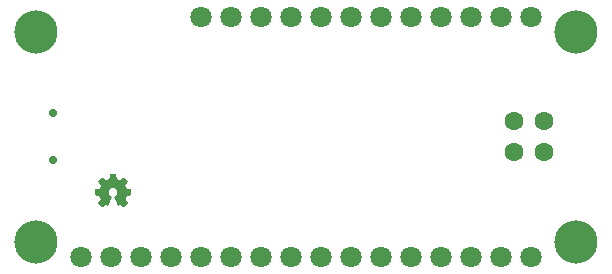
<source format=gbr>
G04 #@! TF.GenerationSoftware,KiCad,Pcbnew,(5.1.2)-1*
G04 #@! TF.CreationDate,2019-07-17T10:41:17+10:00*
G04 #@! TF.ProjectId,iCE40-fpga,69434534-302d-4667-9067-612e6b696361,rev?*
G04 #@! TF.SameCoordinates,Original*
G04 #@! TF.FileFunction,Soldermask,Bot*
G04 #@! TF.FilePolarity,Negative*
%FSLAX46Y46*%
G04 Gerber Fmt 4.6, Leading zero omitted, Abs format (unit mm)*
G04 Created by KiCad (PCBNEW (5.1.2)-1) date 2019-07-17 10:41:17*
%MOMM*%
%LPD*%
G04 APERTURE LIST*
%ADD10C,0.010000*%
%ADD11C,1.602000*%
%ADD12C,1.802000*%
%ADD13C,3.658000*%
%ADD14C,0.702000*%
G04 APERTURE END LIST*
D10*
G36*
X34853975Y-37013358D02*
G01*
X34812914Y-37013668D01*
X34776061Y-37014144D01*
X34744552Y-37014763D01*
X34719522Y-37015502D01*
X34702107Y-37016337D01*
X34693443Y-37017244D01*
X34692790Y-37017471D01*
X34690213Y-37023471D01*
X34686078Y-37038787D01*
X34680534Y-37062721D01*
X34673732Y-37094573D01*
X34665821Y-37133644D01*
X34656953Y-37179237D01*
X34649099Y-37220850D01*
X34640849Y-37264601D01*
X34632999Y-37305265D01*
X34625775Y-37341748D01*
X34619401Y-37372957D01*
X34614102Y-37397798D01*
X34610103Y-37415177D01*
X34607628Y-37424000D01*
X34607198Y-37424834D01*
X34600952Y-37428371D01*
X34586849Y-37434916D01*
X34566324Y-37443889D01*
X34540810Y-37454710D01*
X34511742Y-37466800D01*
X34480554Y-37479578D01*
X34448680Y-37492466D01*
X34417553Y-37504882D01*
X34388608Y-37516248D01*
X34363279Y-37525983D01*
X34343001Y-37533508D01*
X34329206Y-37538242D01*
X34323329Y-37539607D01*
X34323322Y-37539605D01*
X34318012Y-37536333D01*
X34305276Y-37527928D01*
X34286052Y-37515025D01*
X34261276Y-37498257D01*
X34231886Y-37478260D01*
X34198820Y-37455669D01*
X34163014Y-37431119D01*
X34154344Y-37425162D01*
X34117915Y-37400277D01*
X34083852Y-37377306D01*
X34053114Y-37356874D01*
X34026661Y-37339606D01*
X34005451Y-37326126D01*
X33990444Y-37317059D01*
X33982599Y-37313028D01*
X33981914Y-37312879D01*
X33976193Y-37316391D01*
X33964398Y-37326292D01*
X33947480Y-37341632D01*
X33926391Y-37361458D01*
X33902081Y-37384820D01*
X33875500Y-37410767D01*
X33847600Y-37438347D01*
X33819331Y-37466609D01*
X33791645Y-37494603D01*
X33765492Y-37521376D01*
X33741822Y-37545978D01*
X33721588Y-37567458D01*
X33705739Y-37584864D01*
X33695226Y-37597246D01*
X33691001Y-37603651D01*
X33690960Y-37603938D01*
X33693757Y-37610058D01*
X33701721Y-37623530D01*
X33714211Y-37643372D01*
X33730590Y-37668598D01*
X33750217Y-37698226D01*
X33772453Y-37731269D01*
X33796659Y-37766745D01*
X33798212Y-37769005D01*
X33822706Y-37804726D01*
X33845501Y-37838139D01*
X33865920Y-37868244D01*
X33883292Y-37894038D01*
X33896940Y-37914521D01*
X33906193Y-37928692D01*
X33910374Y-37935550D01*
X33910432Y-37935670D01*
X33911216Y-37940391D01*
X33910088Y-37948231D01*
X33906701Y-37960143D01*
X33900708Y-37977084D01*
X33891759Y-38000007D01*
X33879509Y-38029867D01*
X33863610Y-38067619D01*
X33855251Y-38087252D01*
X33838982Y-38124852D01*
X33823989Y-38158510D01*
X33810769Y-38187168D01*
X33799825Y-38209772D01*
X33791654Y-38225265D01*
X33786757Y-38232592D01*
X33786290Y-38232948D01*
X33779440Y-38234928D01*
X33763752Y-38238502D01*
X33740384Y-38243434D01*
X33710492Y-38249491D01*
X33675233Y-38256439D01*
X33635764Y-38264044D01*
X33593243Y-38272071D01*
X33588591Y-38272940D01*
X33539854Y-38282180D01*
X33496947Y-38290621D01*
X33460610Y-38298102D01*
X33431582Y-38304463D01*
X33410603Y-38309544D01*
X33398415Y-38313184D01*
X33395549Y-38314714D01*
X33394628Y-38321096D01*
X33393775Y-38336503D01*
X33393011Y-38359798D01*
X33392362Y-38389847D01*
X33391849Y-38425514D01*
X33391497Y-38465663D01*
X33391329Y-38509159D01*
X33391318Y-38520027D01*
X33391351Y-38571548D01*
X33391514Y-38613801D01*
X33391838Y-38647680D01*
X33392353Y-38674077D01*
X33393092Y-38693884D01*
X33394084Y-38707996D01*
X33395361Y-38717303D01*
X33396954Y-38722699D01*
X33398405Y-38724741D01*
X33404905Y-38726999D01*
X33420237Y-38730799D01*
X33443235Y-38735898D01*
X33472729Y-38742050D01*
X33507550Y-38749013D01*
X33546530Y-38756543D01*
X33587635Y-38764236D01*
X33633790Y-38772897D01*
X33675202Y-38780981D01*
X33710938Y-38788286D01*
X33740063Y-38794611D01*
X33761646Y-38799758D01*
X33774751Y-38803525D01*
X33778274Y-38805133D01*
X33782296Y-38811585D01*
X33789286Y-38825987D01*
X33798686Y-38846948D01*
X33809937Y-38873082D01*
X33822481Y-38903000D01*
X33835760Y-38935313D01*
X33849215Y-38968634D01*
X33862288Y-39001575D01*
X33874420Y-39032747D01*
X33885054Y-39060763D01*
X33893631Y-39084233D01*
X33899592Y-39101771D01*
X33902380Y-39111987D01*
X33902444Y-39113842D01*
X33899099Y-39119358D01*
X33890652Y-39132262D01*
X33877764Y-39151573D01*
X33861094Y-39176312D01*
X33841303Y-39205498D01*
X33819052Y-39238151D01*
X33795488Y-39272582D01*
X33771513Y-39307797D01*
X33749474Y-39340662D01*
X33730018Y-39370174D01*
X33713791Y-39395331D01*
X33701442Y-39415130D01*
X33693617Y-39428568D01*
X33690960Y-39434588D01*
X33694463Y-39440258D01*
X33704338Y-39452017D01*
X33719637Y-39468914D01*
X33739410Y-39489997D01*
X33762710Y-39514314D01*
X33788586Y-39540912D01*
X33816092Y-39568838D01*
X33844277Y-39597142D01*
X33872193Y-39624870D01*
X33898891Y-39651071D01*
X33923422Y-39674792D01*
X33944838Y-39695081D01*
X33962190Y-39710985D01*
X33974529Y-39721554D01*
X33980906Y-39725834D01*
X33981208Y-39725880D01*
X33987083Y-39723089D01*
X34000310Y-39715148D01*
X34019898Y-39702705D01*
X34044853Y-39686406D01*
X34074186Y-39666900D01*
X34106902Y-39644834D01*
X34140726Y-39621740D01*
X34175808Y-39597807D01*
X34208507Y-39575813D01*
X34237821Y-39556405D01*
X34262753Y-39540232D01*
X34282304Y-39527942D01*
X34295473Y-39520183D01*
X34301188Y-39517600D01*
X34308614Y-39519920D01*
X34323106Y-39526305D01*
X34342843Y-39535890D01*
X34366009Y-39547810D01*
X34376650Y-39553481D01*
X34402200Y-39566747D01*
X34424486Y-39577375D01*
X34441828Y-39584622D01*
X34452544Y-39587744D01*
X34454177Y-39587771D01*
X34456765Y-39586377D01*
X34460126Y-39582452D01*
X34464533Y-39575381D01*
X34470262Y-39564547D01*
X34477586Y-39549334D01*
X34486780Y-39529125D01*
X34498116Y-39503305D01*
X34511871Y-39471257D01*
X34528316Y-39432365D01*
X34547728Y-39386012D01*
X34570380Y-39331582D01*
X34596546Y-39268459D01*
X34601140Y-39257359D01*
X34623743Y-39202528D01*
X34645089Y-39150342D01*
X34664872Y-39101575D01*
X34682787Y-39056998D01*
X34698527Y-39017386D01*
X34711788Y-38983510D01*
X34722264Y-38956143D01*
X34729648Y-38936060D01*
X34733636Y-38924031D01*
X34734240Y-38920809D01*
X34729051Y-38914897D01*
X34717277Y-38904827D01*
X34700766Y-38892102D01*
X34684827Y-38880629D01*
X34642673Y-38849570D01*
X34608247Y-38820231D01*
X34579797Y-38790682D01*
X34555568Y-38758997D01*
X34533806Y-38723247D01*
X34523137Y-38702918D01*
X34499244Y-38644488D01*
X34484924Y-38584158D01*
X34480021Y-38522953D01*
X34484377Y-38461898D01*
X34497837Y-38402019D01*
X34520244Y-38344342D01*
X34551441Y-38289891D01*
X34591273Y-38239692D01*
X34594336Y-38236411D01*
X34641983Y-38192833D01*
X34695192Y-38157422D01*
X34754646Y-38129755D01*
X34783340Y-38119807D01*
X34800067Y-38114974D01*
X34815835Y-38111632D01*
X34833146Y-38109519D01*
X34854503Y-38108373D01*
X34882407Y-38107935D01*
X34897460Y-38107900D01*
X34929085Y-38108110D01*
X34953064Y-38108916D01*
X34971907Y-38110578D01*
X34988123Y-38113357D01*
X35004222Y-38117516D01*
X35011760Y-38119802D01*
X35073754Y-38144205D01*
X35130039Y-38176690D01*
X35180031Y-38216763D01*
X35223146Y-38263933D01*
X35258799Y-38317707D01*
X35268671Y-38336500D01*
X35289244Y-38383357D01*
X35302766Y-38427726D01*
X35310140Y-38473443D01*
X35312273Y-38521920D01*
X35307414Y-38586989D01*
X35293008Y-38649065D01*
X35269312Y-38707510D01*
X35236584Y-38761687D01*
X35196045Y-38809975D01*
X35177860Y-38826971D01*
X35154238Y-38846791D01*
X35128252Y-38867052D01*
X35102977Y-38885368D01*
X35081486Y-38899354D01*
X35078861Y-38900883D01*
X35067168Y-38909785D01*
X35060128Y-38919264D01*
X35059675Y-38920648D01*
X35061128Y-38927322D01*
X35066359Y-38942833D01*
X35075168Y-38966671D01*
X35087353Y-38998326D01*
X35102713Y-39037287D01*
X35121047Y-39083043D01*
X35142154Y-39135085D01*
X35165834Y-39192901D01*
X35189272Y-39249679D01*
X35211700Y-39303781D01*
X35233086Y-39355286D01*
X35253097Y-39403399D01*
X35271401Y-39447325D01*
X35287666Y-39486268D01*
X35301558Y-39519433D01*
X35312747Y-39546026D01*
X35320898Y-39565249D01*
X35325681Y-39576309D01*
X35326747Y-39578609D01*
X35334980Y-39586716D01*
X35341789Y-39588720D01*
X35349502Y-39586394D01*
X35364255Y-39579995D01*
X35384210Y-39570387D01*
X35407530Y-39558437D01*
X35418358Y-39552672D01*
X35448166Y-39537192D01*
X35471684Y-39526189D01*
X35488125Y-39520007D01*
X35496178Y-39518837D01*
X35503320Y-39522269D01*
X35517462Y-39530700D01*
X35537291Y-39543286D01*
X35561494Y-39559184D01*
X35588759Y-39577551D01*
X35606120Y-39589461D01*
X35653038Y-39621822D01*
X35692318Y-39648815D01*
X35724648Y-39670892D01*
X35750719Y-39688506D01*
X35771219Y-39702109D01*
X35786837Y-39712155D01*
X35798261Y-39719097D01*
X35806181Y-39723388D01*
X35811286Y-39725480D01*
X35813613Y-39725880D01*
X35818879Y-39722399D01*
X35830465Y-39712478D01*
X35847540Y-39696897D01*
X35869279Y-39676437D01*
X35894852Y-39651880D01*
X35923432Y-39624006D01*
X35954191Y-39593597D01*
X35960269Y-39587541D01*
X35991264Y-39556470D01*
X36019990Y-39527382D01*
X36045643Y-39501112D01*
X36067423Y-39478494D01*
X36084527Y-39460363D01*
X36096153Y-39447552D01*
X36101499Y-39440896D01*
X36101734Y-39440413D01*
X36102633Y-39437436D01*
X36102948Y-39434393D01*
X36102165Y-39430460D01*
X36099774Y-39424812D01*
X36095263Y-39416624D01*
X36088121Y-39405072D01*
X36077835Y-39389330D01*
X36063895Y-39368575D01*
X36045788Y-39341980D01*
X36023004Y-39308721D01*
X35995031Y-39267973D01*
X35992485Y-39264266D01*
X35968839Y-39229625D01*
X35947135Y-39197438D01*
X35928027Y-39168706D01*
X35912169Y-39144428D01*
X35900215Y-39125605D01*
X35892819Y-39113237D01*
X35890600Y-39108469D01*
X35892429Y-39102070D01*
X35897610Y-39087455D01*
X35905686Y-39065826D01*
X35916198Y-39038385D01*
X35928688Y-39006333D01*
X35942700Y-38970874D01*
X35949706Y-38953307D01*
X35967443Y-38909314D01*
X35981995Y-38874051D01*
X35993724Y-38846727D01*
X36002994Y-38826551D01*
X36010167Y-38812734D01*
X36015606Y-38804485D01*
X36019556Y-38801059D01*
X36026915Y-38799121D01*
X36043064Y-38795609D01*
X36066798Y-38790762D01*
X36096909Y-38784819D01*
X36132191Y-38778018D01*
X36171438Y-38770597D01*
X36210079Y-38763414D01*
X36251719Y-38755616D01*
X36290331Y-38748154D01*
X36324739Y-38741273D01*
X36353770Y-38735217D01*
X36376249Y-38730232D01*
X36391002Y-38726560D01*
X36396769Y-38724531D01*
X36398567Y-38721360D01*
X36400039Y-38714541D01*
X36401215Y-38703211D01*
X36402123Y-38686509D01*
X36402793Y-38663571D01*
X36403254Y-38633536D01*
X36403535Y-38595541D01*
X36403664Y-38548724D01*
X36403680Y-38518875D01*
X36403680Y-38318954D01*
X36392250Y-38311902D01*
X36384763Y-38309400D01*
X36368464Y-38305372D01*
X36344545Y-38300066D01*
X36314198Y-38293732D01*
X36278616Y-38286617D01*
X36238991Y-38278971D01*
X36196514Y-38271042D01*
X36195400Y-38270838D01*
X36153124Y-38262950D01*
X36113892Y-38255374D01*
X36078855Y-38248352D01*
X36049164Y-38242126D01*
X36025970Y-38236937D01*
X36010424Y-38233026D01*
X36003677Y-38230637D01*
X36003595Y-38230566D01*
X35999910Y-38224301D01*
X35992978Y-38210106D01*
X35983423Y-38189428D01*
X35971866Y-38163713D01*
X35958930Y-38134406D01*
X35945237Y-38102954D01*
X35931409Y-38070802D01*
X35918069Y-38039397D01*
X35905839Y-38010185D01*
X35895341Y-37984611D01*
X35887197Y-37964123D01*
X35882031Y-37950165D01*
X35880440Y-37944394D01*
X35883233Y-37938575D01*
X35891189Y-37925372D01*
X35903681Y-37905749D01*
X35920076Y-37880667D01*
X35939746Y-37851089D01*
X35962061Y-37817976D01*
X35986389Y-37782293D01*
X35990258Y-37776655D01*
X36014952Y-37740538D01*
X36037845Y-37706750D01*
X36058287Y-37676274D01*
X36075629Y-37650088D01*
X36089222Y-37629175D01*
X36098417Y-37614516D01*
X36102566Y-37607090D01*
X36102707Y-37606684D01*
X36101946Y-37602579D01*
X36097786Y-37595668D01*
X36089683Y-37585355D01*
X36077095Y-37571048D01*
X36059479Y-37552154D01*
X36036292Y-37528078D01*
X36006992Y-37498226D01*
X35971036Y-37462005D01*
X35963801Y-37454749D01*
X35927782Y-37418889D01*
X35895644Y-37387378D01*
X35867932Y-37360731D01*
X35845194Y-37339461D01*
X35827977Y-37324081D01*
X35816826Y-37315105D01*
X35812675Y-37312880D01*
X35806440Y-37315672D01*
X35792844Y-37323627D01*
X35772867Y-37336110D01*
X35747492Y-37352487D01*
X35717700Y-37372122D01*
X35684474Y-37394382D01*
X35648795Y-37418631D01*
X35644914Y-37421289D01*
X35608900Y-37445928D01*
X35575178Y-37468914D01*
X35544747Y-37489573D01*
X35518605Y-37507230D01*
X35497752Y-37521211D01*
X35483185Y-37530841D01*
X35475904Y-37535446D01*
X35475648Y-37535587D01*
X35471195Y-37536941D01*
X35464661Y-37536744D01*
X35454941Y-37534631D01*
X35440932Y-37530234D01*
X35421529Y-37523187D01*
X35395627Y-37513124D01*
X35362123Y-37499677D01*
X35338488Y-37490068D01*
X35296634Y-37472981D01*
X35263212Y-37459243D01*
X35237240Y-37448382D01*
X35217736Y-37439926D01*
X35203719Y-37433403D01*
X35194205Y-37428340D01*
X35188214Y-37424266D01*
X35184764Y-37420708D01*
X35182872Y-37417193D01*
X35182055Y-37414840D01*
X35180440Y-37407736D01*
X35177207Y-37391805D01*
X35172580Y-37368215D01*
X35166784Y-37338129D01*
X35160042Y-37302714D01*
X35152580Y-37263135D01*
X35144622Y-37220558D01*
X35143805Y-37216168D01*
X35135748Y-37173481D01*
X35128032Y-37133799D01*
X35120896Y-37098266D01*
X35114580Y-37068028D01*
X35109324Y-37044228D01*
X35105367Y-37028012D01*
X35102950Y-37020524D01*
X35102788Y-37020283D01*
X35099758Y-37018437D01*
X35093437Y-37016928D01*
X35082937Y-37015727D01*
X35067367Y-37014801D01*
X35045841Y-37014121D01*
X35017468Y-37013657D01*
X34981361Y-37013376D01*
X34936630Y-37013250D01*
X34898108Y-37013237D01*
X34853975Y-37013358D01*
X34853975Y-37013358D01*
G37*
X34853975Y-37013358D02*
X34812914Y-37013668D01*
X34776061Y-37014144D01*
X34744552Y-37014763D01*
X34719522Y-37015502D01*
X34702107Y-37016337D01*
X34693443Y-37017244D01*
X34692790Y-37017471D01*
X34690213Y-37023471D01*
X34686078Y-37038787D01*
X34680534Y-37062721D01*
X34673732Y-37094573D01*
X34665821Y-37133644D01*
X34656953Y-37179237D01*
X34649099Y-37220850D01*
X34640849Y-37264601D01*
X34632999Y-37305265D01*
X34625775Y-37341748D01*
X34619401Y-37372957D01*
X34614102Y-37397798D01*
X34610103Y-37415177D01*
X34607628Y-37424000D01*
X34607198Y-37424834D01*
X34600952Y-37428371D01*
X34586849Y-37434916D01*
X34566324Y-37443889D01*
X34540810Y-37454710D01*
X34511742Y-37466800D01*
X34480554Y-37479578D01*
X34448680Y-37492466D01*
X34417553Y-37504882D01*
X34388608Y-37516248D01*
X34363279Y-37525983D01*
X34343001Y-37533508D01*
X34329206Y-37538242D01*
X34323329Y-37539607D01*
X34323322Y-37539605D01*
X34318012Y-37536333D01*
X34305276Y-37527928D01*
X34286052Y-37515025D01*
X34261276Y-37498257D01*
X34231886Y-37478260D01*
X34198820Y-37455669D01*
X34163014Y-37431119D01*
X34154344Y-37425162D01*
X34117915Y-37400277D01*
X34083852Y-37377306D01*
X34053114Y-37356874D01*
X34026661Y-37339606D01*
X34005451Y-37326126D01*
X33990444Y-37317059D01*
X33982599Y-37313028D01*
X33981914Y-37312879D01*
X33976193Y-37316391D01*
X33964398Y-37326292D01*
X33947480Y-37341632D01*
X33926391Y-37361458D01*
X33902081Y-37384820D01*
X33875500Y-37410767D01*
X33847600Y-37438347D01*
X33819331Y-37466609D01*
X33791645Y-37494603D01*
X33765492Y-37521376D01*
X33741822Y-37545978D01*
X33721588Y-37567458D01*
X33705739Y-37584864D01*
X33695226Y-37597246D01*
X33691001Y-37603651D01*
X33690960Y-37603938D01*
X33693757Y-37610058D01*
X33701721Y-37623530D01*
X33714211Y-37643372D01*
X33730590Y-37668598D01*
X33750217Y-37698226D01*
X33772453Y-37731269D01*
X33796659Y-37766745D01*
X33798212Y-37769005D01*
X33822706Y-37804726D01*
X33845501Y-37838139D01*
X33865920Y-37868244D01*
X33883292Y-37894038D01*
X33896940Y-37914521D01*
X33906193Y-37928692D01*
X33910374Y-37935550D01*
X33910432Y-37935670D01*
X33911216Y-37940391D01*
X33910088Y-37948231D01*
X33906701Y-37960143D01*
X33900708Y-37977084D01*
X33891759Y-38000007D01*
X33879509Y-38029867D01*
X33863610Y-38067619D01*
X33855251Y-38087252D01*
X33838982Y-38124852D01*
X33823989Y-38158510D01*
X33810769Y-38187168D01*
X33799825Y-38209772D01*
X33791654Y-38225265D01*
X33786757Y-38232592D01*
X33786290Y-38232948D01*
X33779440Y-38234928D01*
X33763752Y-38238502D01*
X33740384Y-38243434D01*
X33710492Y-38249491D01*
X33675233Y-38256439D01*
X33635764Y-38264044D01*
X33593243Y-38272071D01*
X33588591Y-38272940D01*
X33539854Y-38282180D01*
X33496947Y-38290621D01*
X33460610Y-38298102D01*
X33431582Y-38304463D01*
X33410603Y-38309544D01*
X33398415Y-38313184D01*
X33395549Y-38314714D01*
X33394628Y-38321096D01*
X33393775Y-38336503D01*
X33393011Y-38359798D01*
X33392362Y-38389847D01*
X33391849Y-38425514D01*
X33391497Y-38465663D01*
X33391329Y-38509159D01*
X33391318Y-38520027D01*
X33391351Y-38571548D01*
X33391514Y-38613801D01*
X33391838Y-38647680D01*
X33392353Y-38674077D01*
X33393092Y-38693884D01*
X33394084Y-38707996D01*
X33395361Y-38717303D01*
X33396954Y-38722699D01*
X33398405Y-38724741D01*
X33404905Y-38726999D01*
X33420237Y-38730799D01*
X33443235Y-38735898D01*
X33472729Y-38742050D01*
X33507550Y-38749013D01*
X33546530Y-38756543D01*
X33587635Y-38764236D01*
X33633790Y-38772897D01*
X33675202Y-38780981D01*
X33710938Y-38788286D01*
X33740063Y-38794611D01*
X33761646Y-38799758D01*
X33774751Y-38803525D01*
X33778274Y-38805133D01*
X33782296Y-38811585D01*
X33789286Y-38825987D01*
X33798686Y-38846948D01*
X33809937Y-38873082D01*
X33822481Y-38903000D01*
X33835760Y-38935313D01*
X33849215Y-38968634D01*
X33862288Y-39001575D01*
X33874420Y-39032747D01*
X33885054Y-39060763D01*
X33893631Y-39084233D01*
X33899592Y-39101771D01*
X33902380Y-39111987D01*
X33902444Y-39113842D01*
X33899099Y-39119358D01*
X33890652Y-39132262D01*
X33877764Y-39151573D01*
X33861094Y-39176312D01*
X33841303Y-39205498D01*
X33819052Y-39238151D01*
X33795488Y-39272582D01*
X33771513Y-39307797D01*
X33749474Y-39340662D01*
X33730018Y-39370174D01*
X33713791Y-39395331D01*
X33701442Y-39415130D01*
X33693617Y-39428568D01*
X33690960Y-39434588D01*
X33694463Y-39440258D01*
X33704338Y-39452017D01*
X33719637Y-39468914D01*
X33739410Y-39489997D01*
X33762710Y-39514314D01*
X33788586Y-39540912D01*
X33816092Y-39568838D01*
X33844277Y-39597142D01*
X33872193Y-39624870D01*
X33898891Y-39651071D01*
X33923422Y-39674792D01*
X33944838Y-39695081D01*
X33962190Y-39710985D01*
X33974529Y-39721554D01*
X33980906Y-39725834D01*
X33981208Y-39725880D01*
X33987083Y-39723089D01*
X34000310Y-39715148D01*
X34019898Y-39702705D01*
X34044853Y-39686406D01*
X34074186Y-39666900D01*
X34106902Y-39644834D01*
X34140726Y-39621740D01*
X34175808Y-39597807D01*
X34208507Y-39575813D01*
X34237821Y-39556405D01*
X34262753Y-39540232D01*
X34282304Y-39527942D01*
X34295473Y-39520183D01*
X34301188Y-39517600D01*
X34308614Y-39519920D01*
X34323106Y-39526305D01*
X34342843Y-39535890D01*
X34366009Y-39547810D01*
X34376650Y-39553481D01*
X34402200Y-39566747D01*
X34424486Y-39577375D01*
X34441828Y-39584622D01*
X34452544Y-39587744D01*
X34454177Y-39587771D01*
X34456765Y-39586377D01*
X34460126Y-39582452D01*
X34464533Y-39575381D01*
X34470262Y-39564547D01*
X34477586Y-39549334D01*
X34486780Y-39529125D01*
X34498116Y-39503305D01*
X34511871Y-39471257D01*
X34528316Y-39432365D01*
X34547728Y-39386012D01*
X34570380Y-39331582D01*
X34596546Y-39268459D01*
X34601140Y-39257359D01*
X34623743Y-39202528D01*
X34645089Y-39150342D01*
X34664872Y-39101575D01*
X34682787Y-39056998D01*
X34698527Y-39017386D01*
X34711788Y-38983510D01*
X34722264Y-38956143D01*
X34729648Y-38936060D01*
X34733636Y-38924031D01*
X34734240Y-38920809D01*
X34729051Y-38914897D01*
X34717277Y-38904827D01*
X34700766Y-38892102D01*
X34684827Y-38880629D01*
X34642673Y-38849570D01*
X34608247Y-38820231D01*
X34579797Y-38790682D01*
X34555568Y-38758997D01*
X34533806Y-38723247D01*
X34523137Y-38702918D01*
X34499244Y-38644488D01*
X34484924Y-38584158D01*
X34480021Y-38522953D01*
X34484377Y-38461898D01*
X34497837Y-38402019D01*
X34520244Y-38344342D01*
X34551441Y-38289891D01*
X34591273Y-38239692D01*
X34594336Y-38236411D01*
X34641983Y-38192833D01*
X34695192Y-38157422D01*
X34754646Y-38129755D01*
X34783340Y-38119807D01*
X34800067Y-38114974D01*
X34815835Y-38111632D01*
X34833146Y-38109519D01*
X34854503Y-38108373D01*
X34882407Y-38107935D01*
X34897460Y-38107900D01*
X34929085Y-38108110D01*
X34953064Y-38108916D01*
X34971907Y-38110578D01*
X34988123Y-38113357D01*
X35004222Y-38117516D01*
X35011760Y-38119802D01*
X35073754Y-38144205D01*
X35130039Y-38176690D01*
X35180031Y-38216763D01*
X35223146Y-38263933D01*
X35258799Y-38317707D01*
X35268671Y-38336500D01*
X35289244Y-38383357D01*
X35302766Y-38427726D01*
X35310140Y-38473443D01*
X35312273Y-38521920D01*
X35307414Y-38586989D01*
X35293008Y-38649065D01*
X35269312Y-38707510D01*
X35236584Y-38761687D01*
X35196045Y-38809975D01*
X35177860Y-38826971D01*
X35154238Y-38846791D01*
X35128252Y-38867052D01*
X35102977Y-38885368D01*
X35081486Y-38899354D01*
X35078861Y-38900883D01*
X35067168Y-38909785D01*
X35060128Y-38919264D01*
X35059675Y-38920648D01*
X35061128Y-38927322D01*
X35066359Y-38942833D01*
X35075168Y-38966671D01*
X35087353Y-38998326D01*
X35102713Y-39037287D01*
X35121047Y-39083043D01*
X35142154Y-39135085D01*
X35165834Y-39192901D01*
X35189272Y-39249679D01*
X35211700Y-39303781D01*
X35233086Y-39355286D01*
X35253097Y-39403399D01*
X35271401Y-39447325D01*
X35287666Y-39486268D01*
X35301558Y-39519433D01*
X35312747Y-39546026D01*
X35320898Y-39565249D01*
X35325681Y-39576309D01*
X35326747Y-39578609D01*
X35334980Y-39586716D01*
X35341789Y-39588720D01*
X35349502Y-39586394D01*
X35364255Y-39579995D01*
X35384210Y-39570387D01*
X35407530Y-39558437D01*
X35418358Y-39552672D01*
X35448166Y-39537192D01*
X35471684Y-39526189D01*
X35488125Y-39520007D01*
X35496178Y-39518837D01*
X35503320Y-39522269D01*
X35517462Y-39530700D01*
X35537291Y-39543286D01*
X35561494Y-39559184D01*
X35588759Y-39577551D01*
X35606120Y-39589461D01*
X35653038Y-39621822D01*
X35692318Y-39648815D01*
X35724648Y-39670892D01*
X35750719Y-39688506D01*
X35771219Y-39702109D01*
X35786837Y-39712155D01*
X35798261Y-39719097D01*
X35806181Y-39723388D01*
X35811286Y-39725480D01*
X35813613Y-39725880D01*
X35818879Y-39722399D01*
X35830465Y-39712478D01*
X35847540Y-39696897D01*
X35869279Y-39676437D01*
X35894852Y-39651880D01*
X35923432Y-39624006D01*
X35954191Y-39593597D01*
X35960269Y-39587541D01*
X35991264Y-39556470D01*
X36019990Y-39527382D01*
X36045643Y-39501112D01*
X36067423Y-39478494D01*
X36084527Y-39460363D01*
X36096153Y-39447552D01*
X36101499Y-39440896D01*
X36101734Y-39440413D01*
X36102633Y-39437436D01*
X36102948Y-39434393D01*
X36102165Y-39430460D01*
X36099774Y-39424812D01*
X36095263Y-39416624D01*
X36088121Y-39405072D01*
X36077835Y-39389330D01*
X36063895Y-39368575D01*
X36045788Y-39341980D01*
X36023004Y-39308721D01*
X35995031Y-39267973D01*
X35992485Y-39264266D01*
X35968839Y-39229625D01*
X35947135Y-39197438D01*
X35928027Y-39168706D01*
X35912169Y-39144428D01*
X35900215Y-39125605D01*
X35892819Y-39113237D01*
X35890600Y-39108469D01*
X35892429Y-39102070D01*
X35897610Y-39087455D01*
X35905686Y-39065826D01*
X35916198Y-39038385D01*
X35928688Y-39006333D01*
X35942700Y-38970874D01*
X35949706Y-38953307D01*
X35967443Y-38909314D01*
X35981995Y-38874051D01*
X35993724Y-38846727D01*
X36002994Y-38826551D01*
X36010167Y-38812734D01*
X36015606Y-38804485D01*
X36019556Y-38801059D01*
X36026915Y-38799121D01*
X36043064Y-38795609D01*
X36066798Y-38790762D01*
X36096909Y-38784819D01*
X36132191Y-38778018D01*
X36171438Y-38770597D01*
X36210079Y-38763414D01*
X36251719Y-38755616D01*
X36290331Y-38748154D01*
X36324739Y-38741273D01*
X36353770Y-38735217D01*
X36376249Y-38730232D01*
X36391002Y-38726560D01*
X36396769Y-38724531D01*
X36398567Y-38721360D01*
X36400039Y-38714541D01*
X36401215Y-38703211D01*
X36402123Y-38686509D01*
X36402793Y-38663571D01*
X36403254Y-38633536D01*
X36403535Y-38595541D01*
X36403664Y-38548724D01*
X36403680Y-38518875D01*
X36403680Y-38318954D01*
X36392250Y-38311902D01*
X36384763Y-38309400D01*
X36368464Y-38305372D01*
X36344545Y-38300066D01*
X36314198Y-38293732D01*
X36278616Y-38286617D01*
X36238991Y-38278971D01*
X36196514Y-38271042D01*
X36195400Y-38270838D01*
X36153124Y-38262950D01*
X36113892Y-38255374D01*
X36078855Y-38248352D01*
X36049164Y-38242126D01*
X36025970Y-38236937D01*
X36010424Y-38233026D01*
X36003677Y-38230637D01*
X36003595Y-38230566D01*
X35999910Y-38224301D01*
X35992978Y-38210106D01*
X35983423Y-38189428D01*
X35971866Y-38163713D01*
X35958930Y-38134406D01*
X35945237Y-38102954D01*
X35931409Y-38070802D01*
X35918069Y-38039397D01*
X35905839Y-38010185D01*
X35895341Y-37984611D01*
X35887197Y-37964123D01*
X35882031Y-37950165D01*
X35880440Y-37944394D01*
X35883233Y-37938575D01*
X35891189Y-37925372D01*
X35903681Y-37905749D01*
X35920076Y-37880667D01*
X35939746Y-37851089D01*
X35962061Y-37817976D01*
X35986389Y-37782293D01*
X35990258Y-37776655D01*
X36014952Y-37740538D01*
X36037845Y-37706750D01*
X36058287Y-37676274D01*
X36075629Y-37650088D01*
X36089222Y-37629175D01*
X36098417Y-37614516D01*
X36102566Y-37607090D01*
X36102707Y-37606684D01*
X36101946Y-37602579D01*
X36097786Y-37595668D01*
X36089683Y-37585355D01*
X36077095Y-37571048D01*
X36059479Y-37552154D01*
X36036292Y-37528078D01*
X36006992Y-37498226D01*
X35971036Y-37462005D01*
X35963801Y-37454749D01*
X35927782Y-37418889D01*
X35895644Y-37387378D01*
X35867932Y-37360731D01*
X35845194Y-37339461D01*
X35827977Y-37324081D01*
X35816826Y-37315105D01*
X35812675Y-37312880D01*
X35806440Y-37315672D01*
X35792844Y-37323627D01*
X35772867Y-37336110D01*
X35747492Y-37352487D01*
X35717700Y-37372122D01*
X35684474Y-37394382D01*
X35648795Y-37418631D01*
X35644914Y-37421289D01*
X35608900Y-37445928D01*
X35575178Y-37468914D01*
X35544747Y-37489573D01*
X35518605Y-37507230D01*
X35497752Y-37521211D01*
X35483185Y-37530841D01*
X35475904Y-37535446D01*
X35475648Y-37535587D01*
X35471195Y-37536941D01*
X35464661Y-37536744D01*
X35454941Y-37534631D01*
X35440932Y-37530234D01*
X35421529Y-37523187D01*
X35395627Y-37513124D01*
X35362123Y-37499677D01*
X35338488Y-37490068D01*
X35296634Y-37472981D01*
X35263212Y-37459243D01*
X35237240Y-37448382D01*
X35217736Y-37439926D01*
X35203719Y-37433403D01*
X35194205Y-37428340D01*
X35188214Y-37424266D01*
X35184764Y-37420708D01*
X35182872Y-37417193D01*
X35182055Y-37414840D01*
X35180440Y-37407736D01*
X35177207Y-37391805D01*
X35172580Y-37368215D01*
X35166784Y-37338129D01*
X35160042Y-37302714D01*
X35152580Y-37263135D01*
X35144622Y-37220558D01*
X35143805Y-37216168D01*
X35135748Y-37173481D01*
X35128032Y-37133799D01*
X35120896Y-37098266D01*
X35114580Y-37068028D01*
X35109324Y-37044228D01*
X35105367Y-37028012D01*
X35102950Y-37020524D01*
X35102788Y-37020283D01*
X35099758Y-37018437D01*
X35093437Y-37016928D01*
X35082937Y-37015727D01*
X35067367Y-37014801D01*
X35045841Y-37014121D01*
X35017468Y-37013657D01*
X34981361Y-37013376D01*
X34936630Y-37013250D01*
X34898108Y-37013237D01*
X34853975Y-37013358D01*
D11*
X68900000Y-32550000D03*
X68900000Y-35100000D03*
X71450000Y-32550000D03*
X71450000Y-35100000D03*
D12*
X34780000Y-44015001D03*
X37320000Y-44015001D03*
X39860000Y-44015001D03*
X42400000Y-44015001D03*
X44940000Y-44015001D03*
X47480000Y-44015001D03*
X50020000Y-44015001D03*
X52560000Y-44015001D03*
X55100000Y-44015001D03*
X57640000Y-44015001D03*
X60180000Y-44015001D03*
X62720000Y-44015001D03*
X65260000Y-44015001D03*
X67800000Y-44015001D03*
X32240000Y-44015001D03*
X70340000Y-44015001D03*
X42400000Y-23695001D03*
X44940000Y-23695001D03*
X47480000Y-23695001D03*
X50020000Y-23695001D03*
X52560000Y-23695001D03*
X55100000Y-23695001D03*
X57640000Y-23695001D03*
X60180000Y-23695001D03*
X62720000Y-23695001D03*
X65260000Y-23695001D03*
X67800000Y-23695001D03*
X70340000Y-23695001D03*
D13*
X28430000Y-24965001D03*
X74150000Y-24965001D03*
X28430000Y-42745001D03*
X74150000Y-42745001D03*
D14*
X29880000Y-35800000D03*
X29880000Y-31800000D03*
M02*

</source>
